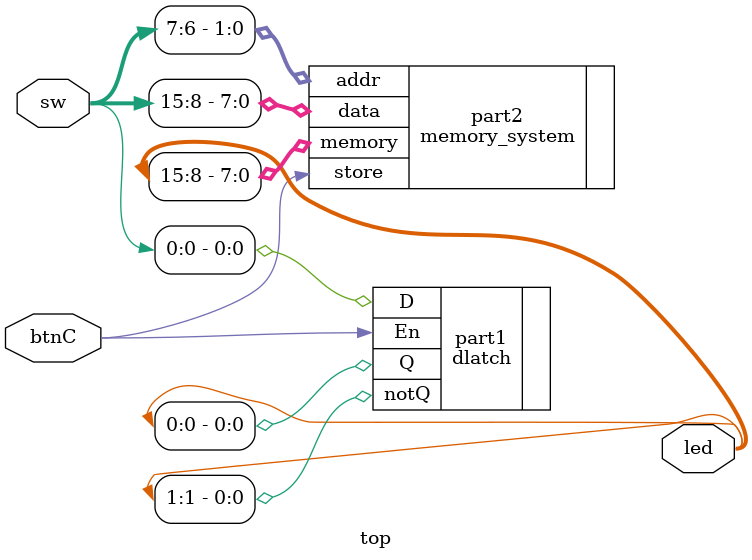
<source format=v>
module top(
    input [15:0] sw,
    input btnC,
    output [15:0] led
    );
    
    dlatch part1(
        .D(sw[0]),
        .En(btnC),
        .Q(led[0]),
        .notQ(led[1])
     );
    
    memory_system part2(
        .data(sw[15:8]),
        .addr(sw[7:6]),
        .store(btnC),
        .memory(led[15:8])
   );
    
endmodule

</source>
